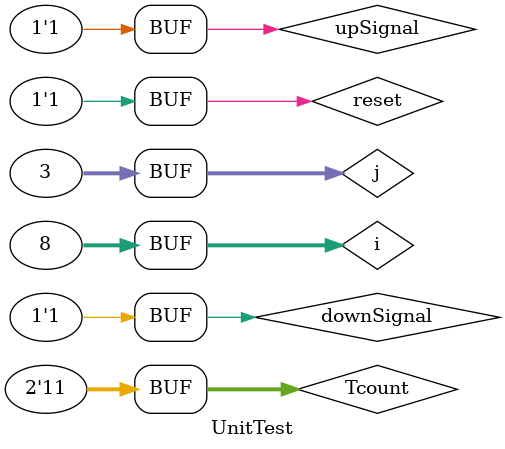
<source format=v>

module UnitTest ();
    reg upSignal ;
    reg downSignal ;
    reg [1:0] Tcount; 
    reg reset ;
    wire [4:0] Wtime ;
    wire [2:0] Pcount ;
    wire fullFlag ;
    wire emptyFlag ; 


Unit SBQMUT (
.upSignal(upSignal),
.downSignal(downSignal),
.Tcount(Tcount), 
.reset(reset), 
.Wtime(Wtime), 
.Pcount(Pcount), 
.fullFlag(fullFlag),
.emptyFlag(emptyFlag)
); 

integer i ; 
integer j ; 
initial begin
    reset = 0 ; 
    upSignal = 1 ; 
    downSignal = 1 ; 
    Tcount = 0 ; 
    #5;  
    reset = 1 ; 
    #5
    //the start value is zero now we will give 8 upSensor edges to test all cases and the wrapping
    for (i = 0  ; i < 8  ;i = i+1 ) begin 
        if (i < 4) begin //using i for Pcount and j for Tcount
            j = i ; 
        end
        else begin
            j = i - 4 ; 
        end
        upSignal = 0 ; 
        #5 ; 
        upSignal = 1 ; 
        Tcount = j ;
        #5 ; 
    end

    //the start value is 7 now we will give 8 downSensor edges to test all cases and the wrapping
    for (i = 0  ; i < 8  ;i = i+1 ) begin 
        if (i < 4) begin //using i for Pcount and j for Tcount
            j = i ; 
        end
        else begin
            j = i - 4 ; 
        end
        downSignal = 0 ; 
        #5 ; 
        downSignal = 1 ; 
        Tcount = j ;
        #5 ; 
    end
    
end
    
endmodule


</source>
